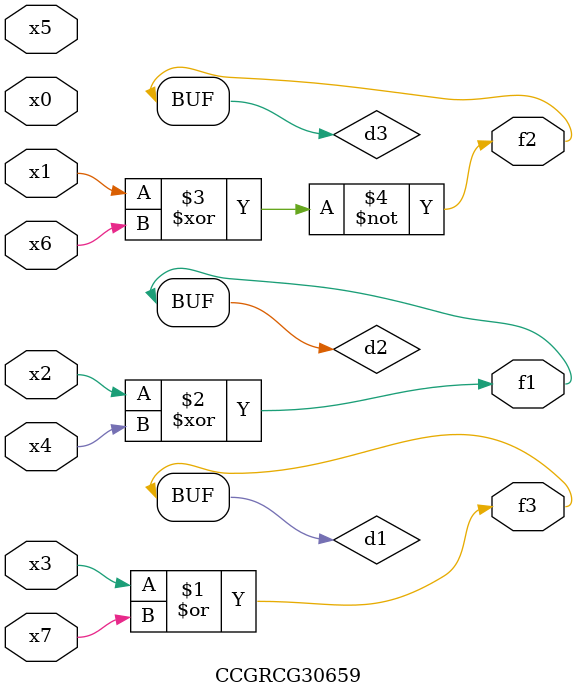
<source format=v>
module CCGRCG30659(
	input x0, x1, x2, x3, x4, x5, x6, x7,
	output f1, f2, f3
);

	wire d1, d2, d3;

	or (d1, x3, x7);
	xor (d2, x2, x4);
	xnor (d3, x1, x6);
	assign f1 = d2;
	assign f2 = d3;
	assign f3 = d1;
endmodule

</source>
